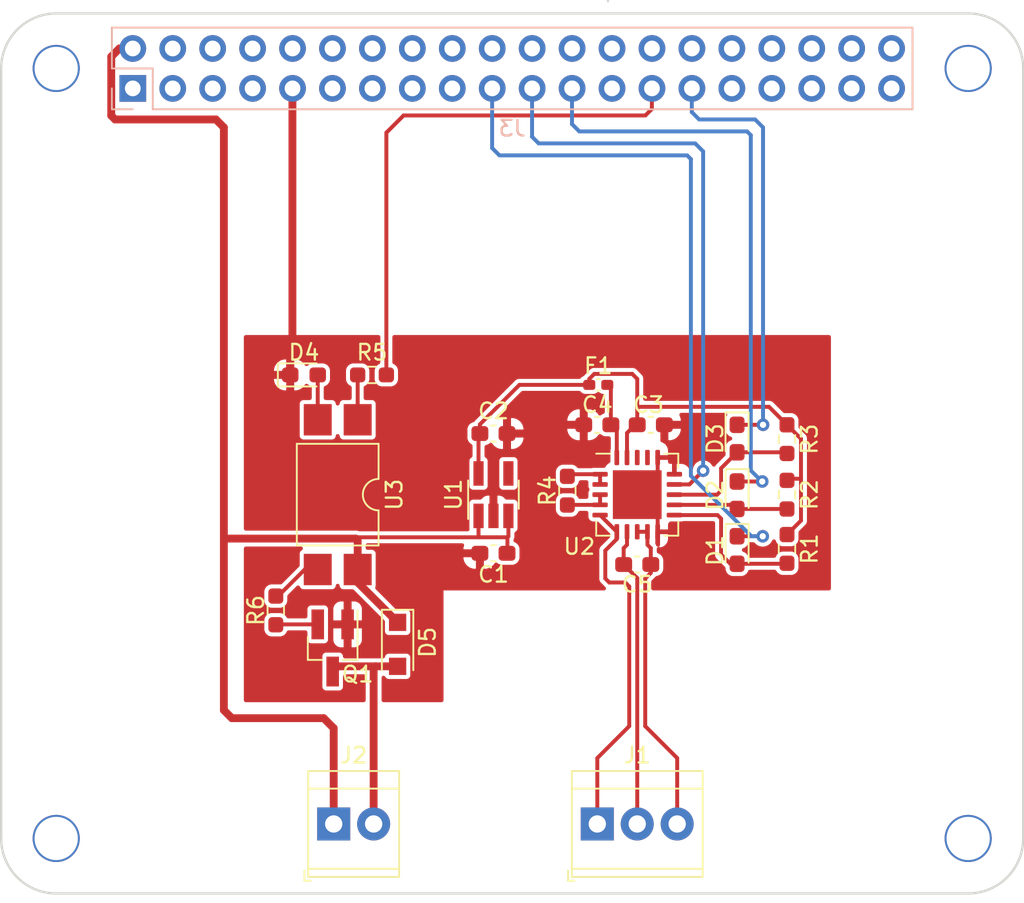
<source format=kicad_pcb>
(kicad_pcb (version 20211014) (generator pcbnew)
  (title_block (title "Raspberry Pi temperature management hat") (rev "V1"))
  (layers (0 "F.Cu" signal) (31 "B.Cu" signal) (34 "B.Paste" user) (35 "F.Paste" user) (36 "B.SilkS" user "B.Silkscreen") (37 "F.SilkS" user "F.Silkscreen") (38 "B.Mask" user) (39 "F.Mask" user) (44 "Edge.Cuts" user))
  (net 0 "")
  (net 1 "GND")
  (net 2 "+5V")
  (net 3 "VDD")
  (net 4 "Net-(C4-Pad2)")
  (net 5 "Net-(C5-Pad1)")
  (net 6 "Net-(C5-Pad2)")
  (net 7 "/SDI")
  (net 8 "Net-(D1-Pad2)")
  (net 9 "/SCLK")
  (net 10 "Net-(D2-Pad2)")
  (net 11 "/CS")
  (net 12 "Net-(D3-Pad2)")
  (net 13 "Net-(D4-Pad2)")
  (net 14 "Net-(J1-Pad1)")
  (net 15 "/SDO")
  (net 16 "/REL")
  (net 17 "Net-(Q1-Pad2)")
  (net 18 "Net-(R4-Pad1)")
  (net 19 "Net-(R4-Pad2)")
  (net 20 "Net-(R5-Pad1)")
  (net 21 "Net-(R6-Pad1)")
  (net 57 "Net-(D5-Pad2)")
  (footprint "project_footprints:NPTH_3mm_ID" (layer "F.Cu") (at 50 50)
    (fp_text reference "H1" hide)
    (fp_text value "3mm_Mounting_Hole" hide)
    (pad "" np_thru_hole circle locked (at 0 0) (size 3 3) (drill 2.75) (layers *.Cu *.Mask) (clearance 1.6))
  )
  (footprint "project_footprints:NPTH_3mm_ID" (layer "F.Cu") (at 108 50)
    (fp_text reference "H2" hide)
    (fp_text value "3mm_Mounting_Hole" hide)
    (pad "" np_thru_hole circle locked (at 0 0) (size 3 3) (drill 2.75) (layers *.Cu *.Mask) (clearance 1.6))
  )
  (footprint "project_footprints:NPTH_3mm_ID" (layer "F.Cu") (at 50 99)
    (fp_text reference "H3" hide)
    (fp_text value "3mm_Mounting_Hole" hide)
    (pad "" np_thru_hole circle locked (at 0 0) (size 3 3) (drill 2.75) (layers *.Cu *.Mask) (clearance 1.6))
  )
  (footprint "project_footprints:NPTH_3mm_ID" (layer "F.Cu") (at 108 99)
    (fp_text reference "H4" hide)
    (fp_text value "3mm_Mounting_Hole" hide)
    (pad "" np_thru_hole circle locked (at 0 0) (size 3 3) (drill 2.75) (layers *.Cu *.Mask) (clearance 1.6))
  )
  (footprint "Diode_SMD:D_0603_1608Metric_Pad1.05x0.95mm_HandSolder" (layer "F.Cu") (at 93.302644 80.645506 -90)
    (fp_text reference "D1" (at 0.032883 1.397 90) (layer "F.SilkS"))
    (fp_text value "1N4148W")
    (fp_line (start 0.8 -0.735) (end -1.66 -0.735) (layer "F.SilkS") (width 0.12))
    (fp_line (start -1.66 0.735) (end 0.8 0.735) (layer "F.SilkS") (width 0.12))
    (fp_line (start -1.66 -0.735) (end -1.66 0.735) (layer "F.SilkS") (width 0.12))
    (pad "1" smd roundrect (at -0.875 0 270) (size 1.05 0.95) (layers "F.Cu" "F.Paste" "F.Mask") (net 7 "/SDI"))
    (pad "2" smd roundrect (at 0.875 0 270) (size 1.05 0.95) (layers "F.Cu" "F.Paste" "F.Mask") (net 8 "Net-(D1-Pad2)"))
  )
  (footprint "Resistor_SMD:R_0603_1608Metric_Pad0.98x0.95mm_HandSolder" (layer "F.Cu") (at 96.477644 73.589889 -90)
    (fp_text reference "R3" (at 0 -1.43 90) (layer "F.SilkS"))
    (fp_text value "10k")
    (fp_line (start -0.254724 0.5225) (end 0.254724 0.5225) (layer "F.SilkS") (width 0.12))
    (fp_line (start -0.254724 -0.5225) (end 0.254724 -0.5225) (layer "F.SilkS") (width 0.12))
    (pad "1" smd roundrect (at -0.9125 0 270) (size 0.975 0.95) (layers "F.Cu" "F.Paste" "F.Mask") (net 3 "VDD"))
    (pad "2" smd roundrect (at 0.9125 0 270) (size 0.975 0.95) (layers "F.Cu" "F.Paste" "F.Mask") (net 12 "Net-(D3-Pad2)"))
  )
  (footprint "TerminalBlock_TE-Connectivity:TerminalBlock_TE_282834-2_1x02_P2.54mm_Horizontal" (layer "F.Cu") (at 67.648644 98.077389)
    (fp_text reference "J2" (at 1.27 -4.37) (layer "F.SilkS"))
    (fp_text value "Screw Terminal x2")
    (fp_line (start -1.62 3.37) (end 4.16 3.37) (layer "F.SilkS") (width 0.12))
    (fp_line (start -1.62 -3.37) (end 4.16 -3.37) (layer "F.SilkS") (width 0.12))
    (fp_line (start -1.86 3.61) (end -1.46 3.61) (layer "F.SilkS") (width 0.12))
    (fp_line (start -1.62 -2.25) (end 4.16 -2.25) (layer "F.SilkS") (width 0.12))
    (fp_line (start -1.86 2.97) (end -1.86 3.61) (layer "F.SilkS") (width 0.12))
    (fp_line (start -1.62 -3.37) (end -1.62 3.37) (layer "F.SilkS") (width 0.12))
    (fp_line (start 4.16 -3.37) (end 4.16 3.37) (layer "F.SilkS") (width 0.12))
    (fp_line (start -1.62 2.85) (end 4.16 2.85) (layer "F.SilkS") (width 0.12))
    (pad "1" thru_hole rect (at 0 0) (size 2.1 2.1) (drill 1.1) (layers *.Cu *.Mask) (net 2 "+5V"))
    (pad "2" thru_hole circle (at 2.54 0) (size 2.1 2.1) (drill 1.1) (layers *.Cu *.Mask) (net 57 "Net-(D5-Pad2)"))
  )
  (footprint "TerminalBlock_TE-Connectivity:TerminalBlock_TE_282834-3_1x03_P2.54mm_Horizontal" (layer "F.Cu") (at 84.412644 98.077389)
    (fp_text reference "J1" (at 2.54 -4.37) (layer "F.SilkS"))
    (fp_text value "Screw Terminal x3")
    (fp_line (start -1.62 2.85) (end 6.7 2.85) (layer "F.SilkS") (width 0.12))
    (fp_line (start -1.62 3.37) (end 6.7 3.37) (layer "F.SilkS") (width 0.12))
    (fp_line (start 6.7 -3.37) (end 6.7 3.37) (layer "F.SilkS") (width 0.12))
    (fp_line (start -1.62 -3.37) (end 6.7 -3.37) (layer "F.SilkS") (width 0.12))
    (fp_line (start -1.86 2.97) (end -1.86 3.61) (layer "F.SilkS") (width 0.12))
    (fp_line (start -1.62 -3.37) (end -1.62 3.37) (layer "F.SilkS") (width 0.12))
    (fp_line (start -1.62 -2.25) (end 6.7 -2.25) (layer "F.SilkS") (width 0.12))
    (fp_line (start -1.86 3.61) (end -1.46 3.61) (layer "F.SilkS") (width 0.12))
    (pad "1" thru_hole rect (at 0 0) (size 2.1 2.1) (drill 1.1) (layers *.Cu *.Mask) (net 14 "Net-(J1-Pad1)"))
    (pad "2" thru_hole circle (at 2.54 0) (size 2.1 2.1) (drill 1.1) (layers *.Cu *.Mask) (net 5 "Net-(C5-Pad1)"))
    (pad "3" thru_hole circle (at 5.08 0) (size 2.1 2.1) (drill 1.1) (layers *.Cu *.Mask) (net 6 "Net-(C5-Pad2)"))
  )
  (footprint "Resistor_SMD:R_0603_1608Metric_Pad0.98x0.95mm_HandSolder" (layer "F.Cu") (at 63.965644 84.488389 -90)
    (fp_text reference "R6" (at 0 1.27 90) (layer "F.SilkS"))
    (fp_text value "510")
    (fp_line (start -0.254724 -0.5225) (end 0.254724 -0.5225) (layer "F.SilkS") (width 0.12))
    (fp_line (start -0.254724 0.5225) (end 0.254724 0.5225) (layer "F.SilkS") (width 0.12))
    (pad "1" smd roundrect (at -0.9125 0 270) (size 0.975 0.95) (layers "F.Cu" "F.Paste" "F.Mask") (net 21 "Net-(R6-Pad1)"))
    (pad "2" smd roundrect (at 0.9125 0 270) (size 0.975 0.95) (layers "F.Cu" "F.Paste" "F.Mask") (net 17 "Net-(Q1-Pad2)"))
  )
  (footprint "Capacitor_SMD:C_0603_1608Metric_Pad1.08x0.95mm_HandSolder" (layer "F.Cu") (at 87.815144 72.677389)
    (fp_text reference "C3" (at -0.146267 -1.27) (layer "F.SilkS"))
    (fp_text value "0.1uF")
    (fp_line (start -0.146267 -0.51) (end 0.146267 -0.51) (layer "F.SilkS") (width 0.12))
    (fp_line (start -0.146267 0.51) (end 0.146267 0.51) (layer "F.SilkS") (width 0.12))
    (pad "1" smd roundrect (at -0.8625 0) (size 1.075 0.95) (layers "F.Cu" "F.Paste" "F.Mask") (net 3 "VDD"))
    (pad "2" smd roundrect (at 0.8625 0) (size 1.075 0.95) (layers "F.Cu" "F.Paste" "F.Mask") (net 1 "GND"))
  )
  (footprint "Resistor_SMD:R_0603_1608Metric_Pad0.98x0.95mm_HandSolder" (layer "F.Cu") (at 70.085144 69.502389)
    (fp_text reference "R5" (at 0 -1.43) (layer "F.SilkS"))
    (fp_text value "180")
    (fp_line (start -0.254724 -0.5225) (end 0.254724 -0.5225) (layer "F.SilkS") (width 0.12))
    (fp_line (start -0.254724 0.5225) (end 0.254724 0.5225) (layer "F.SilkS") (width 0.12))
    (pad "1" smd roundrect (at -0.9125 0) (size 0.975 0.95) (layers "F.Cu" "F.Paste" "F.Mask") (net 20 "Net-(R5-Pad1)"))
    (pad "2" smd roundrect (at 0.9125 0) (size 0.975 0.95) (layers "F.Cu" "F.Paste" "F.Mask") (net 16 "/REL"))
  )
  (footprint "Package_TO_SOT_SMD:SOT-23-5_HandSoldering" (layer "F.Cu") (at 77.808644 77.122389 90)
    (fp_text reference "U1" (at 0 -2.54 90) (layer "F.SilkS"))
    (fp_text value "MIC5225-3.3")
    (fp_line (start -0.9 1.61) (end 0.9 1.61) (layer "F.SilkS") (width 0.12))
    (fp_line (start 0.9 -1.61) (end -1.55 -1.61) (layer "F.SilkS") (width 0.12))
    (pad "1" smd rect (at -1.35 -0.95 90) (size 1.56 0.65) (layers "F.Cu" "F.Paste" "F.Mask") (net 2 "+5V"))
    (pad "2" smd rect (at -1.35 0 90) (size 1.56 0.65) (layers "F.Cu" "F.Paste" "F.Mask") (net 1 "GND"))
    (pad "3" smd rect (at -1.35 0.95 90) (size 1.56 0.65) (layers "F.Cu" "F.Paste" "F.Mask") (net 2 "+5V"))
    (pad "4" smd rect (at 1.35 0.95 90) (size 1.56 0.65) (layers "F.Cu" "F.Paste" "F.Mask"))
    (pad "5" smd rect (at 1.35 -0.95 90) (size 1.56 0.65) (layers "F.Cu" "F.Paste" "F.Mask") (net 3 "VDD"))
  )
  (footprint "Capacitor_SMD:C_0603_1608Metric_Pad1.08x0.95mm_HandSolder" (layer "F.Cu") (at 86.952644 81.567389)
    (fp_text reference "C5" (at 0 1.27) (layer "F.SilkS"))
    (fp_text value "0.1uF")
    (fp_line (start -0.146267 -0.51) (end 0.146267 -0.51) (layer "F.SilkS") (width 0.12))
    (fp_line (start -0.146267 0.51) (end 0.146267 0.51) (layer "F.SilkS") (width 0.12))
    (pad "1" smd roundrect (at -0.8625 0) (size 1.075 0.95) (layers "F.Cu" "F.Paste" "F.Mask") (net 5 "Net-(C5-Pad1)"))
    (pad "2" smd roundrect (at 0.8625 0) (size 1.075 0.95) (layers "F.Cu" "F.Paste" "F.Mask") (net 6 "Net-(C5-Pad2)"))
  )
  (footprint "Capacitor_SMD:C_0603_1608Metric_Pad1.08x0.95mm_HandSolder" (layer "F.Cu") (at 77.808644 73.232389)
    (fp_text reference "C2" (at 0 -1.43) (layer "F.SilkS"))
    (fp_text value "10uF")
    (fp_line (start -0.146267 -0.51) (end 0.146267 -0.51) (layer "F.SilkS") (width 0.12))
    (fp_line (start -0.146267 0.51) (end 0.146267 0.51) (layer "F.SilkS") (width 0.12))
    (pad "1" smd roundrect (at -0.8625 0) (size 1.075 0.95) (layers "F.Cu" "F.Paste" "F.Mask") (net 3 "VDD"))
    (pad "2" smd roundrect (at 0.8625 0) (size 1.075 0.95) (layers "F.Cu" "F.Paste" "F.Mask") (net 1 "GND"))
  )
  (footprint "Diode_SMD:D_0603_1608Metric_Pad1.05x0.95mm_HandSolder" (layer "F.Cu") (at 93.302644 73.552389 -90)
    (fp_text reference "D3" (at 0.014 1.397 90) (layer "F.SilkS"))
    (fp_text value "1N4148W")
    (fp_line (start -1.66 0.735) (end 0.8 0.735) (layer "F.SilkS") (width 0.12))
    (fp_line (start 0.8 -0.735) (end -1.66 -0.735) (layer "F.SilkS") (width 0.12))
    (fp_line (start -1.66 -0.735) (end -1.66 0.735) (layer "F.SilkS") (width 0.12))
    (pad "1" smd roundrect (at -0.875 0 270) (size 1.05 0.95) (layers "F.Cu" "F.Paste" "F.Mask") (net 11 "/CS"))
    (pad "2" smd roundrect (at 0.875 0 270) (size 1.05 0.95) (layers "F.Cu" "F.Paste" "F.Mask") (net 12 "Net-(D3-Pad2)"))
  )
  (footprint "Package_DIP:SMDIP-4_W9.53mm" (layer "F.Cu") (at 67.902644 77.122389 -90)
    (fp_text reference "U3" (at 0 -3.6 90) (layer "F.SilkS"))
    (fp_text value "LTV-817S")
    (fp_line (start 3.235 -2.6) (end 1 -2.6) (layer "F.SilkS") (width 0.12))
    (fp_line (start 3.235 2.6) (end 3.235 -2.6) (layer "F.SilkS") (width 0.12))
    (fp_line (start -3.235 -2.6) (end -3.235 2.6) (layer "F.SilkS") (width 0.12))
    (fp_line (start -1 -2.6) (end -3.235 -2.6) (layer "F.SilkS") (width 0.12))
    (fp_line (start -3.235 2.6) (end 3.235 2.6) (layer "F.SilkS") (width 0.12))
    (fp_arc (start 1 -2.6) (mid 0 -1.6) (end -1 -2.6) (layer "F.SilkS") (width 0.12))
    (pad "1" smd rect (at -4.765 -1.27 270) (size 2 1.78) (layers "F.Cu" "F.Paste" "F.Mask") (net 20 "Net-(R5-Pad1)"))
    (pad "2" smd rect (at -4.765 1.27 270) (size 2 1.78) (layers "F.Cu" "F.Paste" "F.Mask") (net 13 "Net-(D4-Pad2)"))
    (pad "3" smd rect (at 4.765 1.27 270) (size 2 1.78) (layers "F.Cu" "F.Paste" "F.Mask") (net 21 "Net-(R6-Pad1)"))
    (pad "4" smd rect (at 4.765 -1.27 270) (size 2 1.78) (layers "F.Cu" "F.Paste" "F.Mask") (net 2 "+5V"))
  )
  (footprint "Capacitor_SMD:C_0603_1608Metric_Pad1.08x0.95mm_HandSolder" (layer "F.Cu") (at 77.808644 80.852389)
    (fp_text reference "C1" (at 0 1.35) (layer "F.SilkS"))
    (fp_text value "10uF")
    (fp_line (start -0.146267 -0.51) (end 0.146267 -0.51) (layer "F.SilkS") (width 0.12))
    (fp_line (start -0.146267 0.51) (end 0.146267 0.51) (layer "F.SilkS") (width 0.12))
    (pad "1" smd roundrect (at -0.8625 0) (size 1.075 0.95) (layers "F.Cu" "F.Paste" "F.Mask") (net 1 "GND"))
    (pad "2" smd roundrect (at 0.8625 0) (size 1.075 0.95) (layers "F.Cu" "F.Paste" "F.Mask") (net 2 "+5V"))
  )
  (footprint "LED_SMD:LED_0603_1608Metric_Pad1.05x0.95mm_HandSolder" (layer "F.Cu") (at 65.757644 69.502389)
    (fp_text reference "D4" (at 0 -1.43) (layer "F.SilkS"))
    (fp_text value "LED")
    (fp_line (start -1.66 0.735) (end 0.8 0.735) (layer "F.SilkS") (width 0.12))
    (fp_line (start 0.8 -0.735) (end -1.66 -0.735) (layer "F.SilkS") (width 0.12))
    (fp_line (start -1.66 -0.735) (end -1.66 0.735) (layer "F.SilkS") (width 0.12))
    (pad "1" smd roundrect (at -0.875 0) (size 1.05 0.95) (layers "F.Cu" "F.Paste" "F.Mask") (net 1 "GND"))
    (pad "2" smd roundrect (at 0.875 0) (size 1.05 0.95) (layers "F.Cu" "F.Paste" "F.Mask") (net 13 "Net-(D4-Pad2)"))
  )
  (footprint "Fuse:Fuse_0402_1005Metric_Pad0.77x0.64mm_HandSolder" (layer "F.Cu") (at 84.475144 70.137389 180)
    (fp_text reference "F1" (at 0 1.2075) (layer "F.SilkS"))
    (fp_text value "Fuse")
    (fp_line (start -0.1002 -0.36) (end 0.1002 -0.36) (layer "F.SilkS") (width 0.12))
    (fp_line (start -0.1002 0.36) (end 0.1002 0.36) (layer "F.SilkS") (width 0.12))
    (pad "1" smd roundrect (at -0.5725 0 180) (size 0.765 0.64) (layers "F.Cu" "F.Paste" "F.Mask") (net 4 "Net-(C4-Pad2)"))
    (pad "2" smd roundrect (at 0.5725 0 180) (size 0.765 0.64) (layers "F.Cu" "F.Paste" "F.Mask") (net 3 "VDD"))
  )
  (footprint "Resistor_SMD:R_0603_1608Metric_Pad0.98x0.95mm_HandSolder" (layer "F.Cu") (at 96.477644 77.122389 -90)
    (fp_text reference "R2" (at 0 -1.43 90) (layer "F.SilkS"))
    (fp_text value "10k")
    (fp_line (start -0.254724 0.5225) (end 0.254724 0.5225) (layer "F.SilkS") (width 0.12))
    (fp_line (start -0.254724 -0.5225) (end 0.254724 -0.5225) (layer "F.SilkS") (width 0.12))
    (pad "1" smd roundrect (at -0.9125 0 270) (size 0.975 0.95) (layers "F.Cu" "F.Paste" "F.Mask") (net 3 "VDD"))
    (pad "2" smd roundrect (at 0.9125 0 270) (size 0.975 0.95) (layers "F.Cu" "F.Paste" "F.Mask") (net 10 "Net-(D2-Pad2)"))
  )
  (footprint "Resistor_SMD:R_0603_1608Metric_Pad0.98x0.95mm_HandSolder" (layer "F.Cu") (at 82.507644 76.868389 -90)
    (fp_text reference "R4" (at 0 1.27 90) (layer "F.SilkS"))
    (fp_text value "430, 0.1%")
    (fp_line (start -0.254724 -0.5225) (end 0.254724 -0.5225) (layer "F.SilkS") (width 0.12))
    (fp_line (start -0.254724 0.5225) (end 0.254724 0.5225) (layer "F.SilkS") (width 0.12))
    (pad "1" smd roundrect (at -0.9125 0 270) (size 0.975 0.95) (layers "F.Cu" "F.Paste" "F.Mask") (net 18 "Net-(R4-Pad1)"))
    (pad "2" smd roundrect (at 0.9125 0 270) (size 0.975 0.95) (layers "F.Cu" "F.Paste" "F.Mask") (net 19 "Net-(R4-Pad2)"))
  )
  (footprint "Capacitor_SMD:C_0603_1608Metric_Pad1.08x0.95mm_HandSolder" (layer "F.Cu") (at 84.412644 72.677389)
    (fp_text reference "C4" (at 0 -1.27) (layer "F.SilkS"))
    (fp_text value "0.1uF")
    (fp_line (start -0.146267 0.51) (end 0.146267 0.51) (layer "F.SilkS") (width 0.12))
    (fp_line (start -0.146267 -0.51) (end 0.146267 -0.51) (layer "F.SilkS") (width 0.12))
    (pad "1" smd roundrect (at -0.8625 0) (size 1.075 0.95) (layers "F.Cu" "F.Paste" "F.Mask") (net 1 "GND"))
    (pad "2" smd roundrect (at 0.8625 0) (size 1.075 0.95) (layers "F.Cu" "F.Paste" "F.Mask") (net 4 "Net-(C4-Pad2)"))
  )
  (footprint "Diode_SMD:D_0603_1608Metric_Pad1.05x0.95mm_HandSolder" (layer "F.Cu") (at 93.302644 77.159889 -90)
    (fp_text reference "D2" (at 0 1.397 90) (layer "F.SilkS"))
    (fp_text value "1N4148W")
    (fp_line (start -1.66 -0.735) (end -1.66 0.735) (layer "F.SilkS") (width 0.12))
    (fp_line (start -1.66 0.735) (end 0.8 0.735) (layer "F.SilkS") (width 0.12))
    (fp_line (start 0.8 -0.735) (end -1.66 -0.735) (layer "F.SilkS") (width 0.12))
    (pad "1" smd roundrect (at -0.875 0 270) (size 1.05 0.95) (layers "F.Cu" "F.Paste" "F.Mask") (net 9 "/SCLK"))
    (pad "2" smd roundrect (at 0.875 0 270) (size 1.05 0.95) (layers "F.Cu" "F.Paste" "F.Mask") (net 10 "Net-(D2-Pad2)"))
  )
  (footprint "Package_TO_SOT_SMD:SOT-23_Handsoldering" (layer "F.Cu") (at 67.582644 86.877389 -90)
    (fp_text reference "Q1" (at 1.675 -1.59 180) (layer "F.SilkS"))
    (fp_text value "S8050")
    (fp_line (start 0.76 -1.58) (end -2.4 -1.58) (layer "F.SilkS") (width 0.12))
    (fp_line (start 0.76 -1.58) (end 0.76 -0.65) (layer "F.SilkS") (width 0.12))
    (fp_line (start 0.76 1.58) (end 0.76 0.65) (layer "F.SilkS") (width 0.12))
    (fp_line (start 0.76 1.58) (end -0.7 1.58) (layer "F.SilkS") (width 0.12))
    (pad "1" smd rect (at -1.5 -0.95 270) (size 1.9 0.8) (layers "F.Cu" "F.Paste" "F.Mask") (net 1 "GND"))
    (pad "2" smd rect (at -1.5 0.95 270) (size 1.9 0.8) (layers "F.Cu" "F.Paste" "F.Mask") (net 17 "Net-(Q1-Pad2)"))
    (pad "3" smd rect (at 1.5 0 270) (size 1.9 0.8) (layers "F.Cu" "F.Paste" "F.Mask") (net 57 "Net-(D5-Pad2)"))
  )
  (footprint "Package_DFN_QFN:TQFN-20-1EP_5x5mm_P0.65mm_EP3.1x3.1mm" (layer "F.Cu") (at 86.952644 77.122389)
    (fp_text reference "U2" (at -3.683 3.302) (layer "F.SilkS"))
    (fp_text value "MAX31865")
    (fp_line (start -1.71 -2.61) (end -2.61 -2.61) (layer "F.SilkS") (width 0.12))
    (fp_line (start 2.61 2.61) (end 2.61 1.71) (layer "F.SilkS") (width 0.12))
    (fp_line (start -1.71 2.61) (end -2.61 2.61) (layer "F.SilkS") (width 0.12))
    (fp_line (start 1.71 2.61) (end 2.61 2.61) (layer "F.SilkS") (width 0.12))
    (fp_line (start 2.61 -2.61) (end 2.61 -1.71) (layer "F.SilkS") (width 0.12))
    (fp_line (start -2.61 2.61) (end -2.61 1.71) (layer "F.SilkS") (width 0.12))
    (fp_line (start 1.71 -2.61) (end 2.61 -2.61) (layer "F.SilkS") (width 0.12))
    (pad "1" smd roundrect (at -2.3625 -1.3) (size 0.975 0.3) (layers "F.Cu" "F.Paste" "F.Mask") (net 18 "Net-(R4-Pad1)"))
    (pad "2" smd roundrect (at -2.3625 -0.65) (size 0.975 0.3) (layers "F.Cu" "F.Paste" "F.Mask") (net 18 "Net-(R4-Pad1)"))
    (pad "3" smd roundrect (at -2.3625 0) (size 0.975 0.3) (layers "F.Cu" "F.Paste" "F.Mask") (net 19 "Net-(R4-Pad2)"))
    (pad "4" smd roundrect (at -2.3625 0.65) (size 0.975 0.3) (layers "F.Cu" "F.Paste" "F.Mask") (net 19 "Net-(R4-Pad2)"))
    (pad "5" smd roundrect (at -2.3625 1.3) (size 0.975 0.3) (layers "F.Cu" "F.Paste" "F.Mask") (net 14 "Net-(J1-Pad1)"))
    (pad "6" smd roundrect (at -1.3 2.3625) (size 0.3 0.975) (layers "F.Cu" "F.Paste" "F.Mask") (net 14 "Net-(J1-Pad1)"))
    (pad "7" smd roundrect (at -0.65 2.3625) (size 0.3 0.975) (layers "F.Cu" "F.Paste" "F.Mask") (net 5 "Net-(C5-Pad1)"))
    (pad "8" smd roundrect (at 0 2.3625) (size 0.3 0.975) (layers "F.Cu" "F.Paste" "F.Mask") (net 6 "Net-(C5-Pad2)"))
    (pad "9" smd roundrect (at 0.65 2.3625) (size 0.3 0.975) (layers "F.Cu" "F.Paste" "F.Mask") (net 6 "Net-(C5-Pad2)"))
    (pad "10" smd roundrect (at 1.3 2.3625) (size 0.3 0.975) (layers "F.Cu" "F.Paste" "F.Mask") (net 1 "GND"))
    (pad "11" smd roundrect (at 2.3625 1.3) (size 0.975 0.3) (layers "F.Cu" "F.Paste" "F.Mask") (net 8 "Net-(D1-Pad2)"))
    (pad "12" smd roundrect (at 2.3625 0.65) (size 0.975 0.3) (layers "F.Cu" "F.Paste" "F.Mask") (net 10 "Net-(D2-Pad2)"))
    (pad "13" smd roundrect (at 2.3625 0) (size 0.975 0.3) (layers "F.Cu" "F.Paste" "F.Mask") (net 12 "Net-(D3-Pad2)"))
    (pad "14" smd roundrect (at 2.3625 -0.65) (size 0.975 0.3) (layers "F.Cu" "F.Paste" "F.Mask") (net 15 "/SDO"))
    (pad "15" smd roundrect (at 2.3625 -1.3) (size 0.975 0.3) (layers "F.Cu" "F.Paste" "F.Mask") (net 1 "GND"))
    (pad "16" smd roundrect (at 1.3 -2.3625) (size 0.3 0.975) (layers "F.Cu" "F.Paste" "F.Mask") (net 1 "GND"))
    (pad "17" smd roundrect (at 0.65 -2.3625) (size 0.3 0.975) (layers "F.Cu" "F.Paste" "F.Mask"))
    (pad "18" smd roundrect (at 0 -2.3625) (size 0.3 0.975) (layers "F.Cu" "F.Paste" "F.Mask"))
    (pad "19" smd roundrect (at -0.65 -2.3625) (size 0.3 0.975) (layers "F.Cu" "F.Paste" "F.Mask") (net 3 "VDD"))
    (pad "20" smd roundrect (at -1.3 -2.3625) (size 0.3 0.975) (layers "F.Cu" "F.Paste" "F.Mask") (net 4 "Net-(C4-Pad2)"))
    (pad "21" smd rect (at 0 0) (size 3.1 3.1) (layers "F.Cu" "F.Mask") (net 1 "GND"))
  )
  (footprint "Diode_SMD:D_SOD-123F" (layer "F.Cu") (at 71.712644 86.647389 -90)
    (fp_text reference "D5" (at -0.127 -1.905 90) (layer "F.SilkS"))
    (fp_text value "S1MFL")
    (fp_line (start -2.2 -1) (end 1.65 -1) (layer "F.SilkS") (width 0.12))
    (fp_line (start -2.2 -1) (end -2.2 1) (layer "F.SilkS") (width 0.12))
    (fp_line (start -2.2 1) (end 1.65 1) (layer "F.SilkS") (width 0.12))
    (pad "1" smd rect (at -1.4 0 270) (size 1.1 1.1) (layers "F.Cu" "F.Paste" "F.Mask") (net 2 "+5V"))
    (pad "2" smd rect (at 1.4 0 270) (size 1.1 1.1) (layers "F.Cu" "F.Paste" "F.Mask") (net 57 "Net-(D5-Pad2)"))
  )
  (footprint "Resistor_SMD:R_0603_1608Metric_Pad0.98x0.95mm_HandSolder" (layer "F.Cu") (at 96.477644 80.574889 -90)
    (fp_text reference "R1" (at 0 -1.43 90) (layer "F.SilkS"))
    (fp_text value "10k")
    (fp_line (start -0.254724 0.5225) (end 0.254724 0.5225) (layer "F.SilkS") (width 0.12))
    (fp_line (start -0.254724 -0.5225) (end 0.254724 -0.5225) (layer "F.SilkS") (width 0.12))
    (pad "1" smd roundrect (at -0.9125 0 270) (size 0.975 0.95) (layers "F.Cu" "F.Paste" "F.Mask") (net 3 "VDD"))
    (pad "2" smd roundrect (at 0.9125 0 270) (size 0.975 0.95) (layers "F.Cu" "F.Paste" "F.Mask") (net 8 "Net-(D1-Pad2)"))
  )
  (footprint "Connector_PinSocket_2.54mm:PinSocket_2x20_P2.54mm_Vertical" (layer "B.Cu") (at 54.87 51.27 -90)
    (fp_text reference "J3" (at 2.54 -24.13 180) (layer "B.SilkS") (effects (justify mirror)))
    (fp_text value "OX40HAT")
    (fp_line (start -3.87 1.33) (end -1.27 1.33) (layer "B.SilkS") (width 0.12))
    (fp_line (start -1.27 -1.27) (end 1.33 -1.27) (layer "B.SilkS") (width 0.12))
    (fp_line (start 1.33 -1.27) (end 1.33 -49.59) (layer "B.SilkS") (width 0.12))
    (fp_line (start 0 1.33) (end 1.33 1.33) (layer "B.SilkS") (width 0.12))
    (fp_line (start -3.87 -49.59) (end 1.33 -49.59) (layer "B.SilkS") (width 0.12))
    (fp_line (start -3.87 1.33) (end -3.87 -49.59) (layer "B.SilkS") (width 0.12))
    (fp_line (start -1.27 1.33) (end -1.27 -1.27) (layer "B.SilkS") (width 0.12))
    (fp_line (start 1.33 1.33) (end 1.33 0) (layer "B.SilkS") (width 0.12))
    (pad "1" thru_hole rect locked (at 0 0 270) (size 1.7 1.7) (drill 1) (layers *.Cu *.Mask))
    (pad "2" thru_hole oval locked (at -2.54 0 270) (size 1.7 1.7) (drill 1) (layers *.Cu *.Mask) (net 2 "+5V"))
    (pad "3" thru_hole oval locked (at 0 -2.54 270) (size 1.7 1.7) (drill 1) (layers *.Cu *.Mask))
    (pad "4" thru_hole oval locked (at -2.54 -2.54 270) (size 1.7 1.7) (drill 1) (layers *.Cu *.Mask))
    (pad "5" thru_hole oval locked (at 0 -5.08 270) (size 1.7 1.7) (drill 1) (layers *.Cu *.Mask))
    (pad "6" thru_hole oval locked (at -2.54 -5.08 270) (size 1.7 1.7) (drill 1) (layers *.Cu *.Mask))
    (pad "7" thru_hole oval locked (at 0 -7.62 270) (size 1.7 1.7) (drill 1) (layers *.Cu *.Mask))
    (pad "8" thru_hole oval locked (at -2.54 -7.62 270) (size 1.7 1.7) (drill 1) (layers *.Cu *.Mask))
    (pad "9" thru_hole oval locked (at 0 -10.16 270) (size 1.7 1.7) (drill 1) (layers *.Cu *.Mask) (net 1 "GND"))
    (pad "10" thru_hole oval locked (at -2.54 -10.16 270) (size 1.7 1.7) (drill 1) (layers *.Cu *.Mask))
    (pad "11" thru_hole oval locked (at 0 -12.7 270) (size 1.7 1.7) (drill 1) (layers *.Cu *.Mask))
    (pad "12" thru_hole oval locked (at -2.54 -12.7 270) (size 1.7 1.7) (drill 1) (layers *.Cu *.Mask))
    (pad "13" thru_hole oval locked (at 0 -15.24 270) (size 1.7 1.7) (drill 1) (layers *.Cu *.Mask))
    (pad "14" thru_hole oval locked (at -2.54 -15.24 270) (size 1.7 1.7) (drill 1) (layers *.Cu *.Mask))
    (pad "15" thru_hole oval locked (at 0 -17.78 270) (size 1.7 1.7) (drill 1) (layers *.Cu *.Mask))
    (pad "16" thru_hole oval locked (at -2.54 -17.78 270) (size 1.7 1.7) (drill 1) (layers *.Cu *.Mask))
    (pad "17" thru_hole oval locked (at 0 -20.32 270) (size 1.7 1.7) (drill 1) (layers *.Cu *.Mask))
    (pad "18" thru_hole oval locked (at -2.54 -20.32 270) (size 1.7 1.7) (drill 1) (layers *.Cu *.Mask))
    (pad "19" thru_hole oval locked (at 0 -22.86 270) (size 1.7 1.7) (drill 1) (layers *.Cu *.Mask) (net 7 "/SDI"))
    (pad "20" thru_hole oval locked (at -2.54 -22.86 270) (size 1.7 1.7) (drill 1) (layers *.Cu *.Mask))
    (pad "21" thru_hole oval locked (at 0 -25.4 270) (size 1.7 1.7) (drill 1) (layers *.Cu *.Mask) (net 15 "/SDO"))
    (pad "22" thru_hole oval locked (at -2.54 -25.4 270) (size 1.7 1.7) (drill 1) (layers *.Cu *.Mask))
    (pad "23" thru_hole oval locked (at 0 -27.94 270) (size 1.7 1.7) (drill 1) (layers *.Cu *.Mask) (net 9 "/SCLK"))
    (pad "24" thru_hole oval locked (at -2.54 -27.94 270) (size 1.7 1.7) (drill 1) (layers *.Cu *.Mask))
    (pad "25" thru_hole oval locked (at 0 -30.48 270) (size 1.7 1.7) (drill 1) (layers *.Cu *.Mask))
    (pad "26" thru_hole oval locked (at -2.54 -30.48 270) (size 1.7 1.7) (drill 1) (layers *.Cu *.Mask))
    (pad "27" thru_hole oval locked (at 0 -33.02 270) (size 1.7 1.7) (drill 1) (layers *.Cu *.Mask) (net 16 "/REL"))
    (pad "28" thru_hole oval locked (at -2.54 -33.02 270) (size 1.7 1.7) (drill 1) (layers *.Cu *.Mask))
    (pad "29" thru_hole oval locked (at 0 -35.56 270) (size 1.7 1.7) (drill 1) (layers *.Cu *.Mask) (net 11 "/CS"))
    (pad "30" thru_hole oval locked (at -2.54 -35.56 270) (size 1.7 1.7) (drill 1) (layers *.Cu *.Mask))
    (pad "31" thru_hole oval locked (at 0 -38.1 270) (size 1.7 1.7) (drill 1) (layers *.Cu *.Mask))
    (pad "32" thru_hole oval locked (at -2.54 -38.1 270) (size 1.7 1.7) (drill 1) (layers *.Cu *.Mask))
    (pad "33" thru_hole oval locked (at 0 -40.64 270) (size 1.7 1.7) (drill 1) (layers *.Cu *.Mask))
    (pad "34" thru_hole oval locked (at -2.54 -40.64 270) (size 1.7 1.7) (drill 1) (layers *.Cu *.Mask))
    (pad "35" thru_hole oval locked (at 0 -43.18 270) (size 1.7 1.7) (drill 1) (layers *.Cu *.Mask))
    (pad "36" thru_hole oval locked (at -2.54 -43.18 270) (size 1.7 1.7) (drill 1) (layers *.Cu *.Mask))
    (pad "37" thru_hole oval locked (at 0 -45.72 270) (size 1.7 1.7) (drill 1) (layers *.Cu *.Mask))
    (pad "38" thru_hole oval locked (at -2.54 -45.72 270) (size 1.7 1.7) (drill 1) (layers *.Cu *.Mask))
    (pad "39" thru_hole oval locked (at 0 -48.26 270) (size 1.7 1.7) (drill 1) (layers *.Cu *.Mask))
    (pad "40" thru_hole oval locked (at -2.54 -48.26 270) (size 1.7 1.7) (drill 1) (layers *.Cu *.Mask))
  )
  (gr_arc (start 108 46.5) (mid 110.474874 47.525126) (end 111.5 50) (layer "Edge.Cuts") (width 0.15))
  (gr_line (start 50 46.5) (end 108 46.5) (layer "Edge.Cuts") (width 0.15))
  (gr_line (start 50 102.5) (end 108 102.5) (layer "Edge.Cuts") (width 0.15))
  (gr_line (start 85.09 45.72) (end 85.09 45.72) (layer "Edge.Cuts") (width 0.15))
  (gr_line (start 111.5 50) (end 111.5 99) (layer "Edge.Cuts") (width 0.15))
  (gr_arc (start 111.5 99) (mid 110.474874 101.474874) (end 108 102.5) (layer "Edge.Cuts") (width 0.15))
  (gr_arc (start 50 102.5) (mid 47.525126 101.474874) (end 46.5 99) (layer "Edge.Cuts") (width 0.15))
  (gr_arc (start 46.5 50) (mid 47.525126 47.525126) (end 50 46.5) (layer "Edge.Cuts") (width 0.15))
  (gr_line (start 46.5 50) (end 46.5 99) (layer "Edge.Cuts") (width 0.15))
  (segment (start 64.882644 68.086356) (end 64.882644 69.502389) (width 0.5) (layer "F.Cu") (net 1))
  (segment (start 65.023644 67.945356) (end 64.882644 68.086356) (width 0.5) (layer "F.Cu") (net 1))
  (segment (start 65.108644 69.276389) (end 64.882644 69.502389) (width 0.5) (layer "F.Cu") (net 1))
  (segment (start 88.252644 75.822389) (end 86.952644 77.122389) (width 0.25) (layer "F.Cu") (net 1))
  (segment (start 88.252644 78.422389) (end 86.952644 77.122389) (width 0.25) (layer "F.Cu") (net 1))
  (segment (start 65.023644 51.262389) (end 65.023644 67.945356) (width 0.5) (layer "F.Cu") (net 1))
  (segment (start 88.252644 79.484889) (end 88.252644 78.422389) (width 0.25) (layer "F.Cu") (net 1))
  (segment (start 88.252644 74.759889) (end 88.252644 75.822389) (width 0.25) (layer "F.Cu") (net 1))
  (segment (start 60.663644 90.838389) (end 61.171644 91.346389) (width 0.5) (layer "F.Cu") (net 2))
  (segment (start 76.858644 79.775389) (end 76.858644 78.472389) (width 0.25) (layer "F.Cu") (net 2))
  (segment (start 78.697644 80.825889) (end 78.671144 80.852389) (width 0.25) (layer "F.Cu") (net 2))
  (segment (start 54.027611 48.722389) (end 54.863644 48.722389) (width 0.5) (layer "F.Cu") (net 2))
  (segment (start 78.697644 79.836389) (end 78.697644 80.825889) (width 0.25) (layer "F.Cu") (net 2))
  (segment (start 69.045644 79.916389) (end 60.663644 79.916389) (width 0.5) (layer "F.Cu") (net 2))
  (segment (start 60.155644 53.246389) (end 53.746389 53.246389) (width 0.5) (layer "F.Cu") (net 2))
  (segment (start 67.013644 91.346389) (end 67.648644 91.981389) (width 0.5) (layer "F.Cu") (net 2))
  (segment (start 69.172644 82.707389) (end 71.712644 85.247389) (width 0.5) (layer "F.Cu") (net 2))
  (segment (start 67.648644 91.981389) (end 67.648644 98.077389) (width 0.5) (layer "F.Cu") (net 2))
  (segment (start 78.758644 79.775389) (end 78.697644 79.836389) (width 0.25) (layer "F.Cu") (net 2))
  (segment (start 60.663644 79.916389) (end 60.663644 90.838389) (width 0.5) (layer "F.Cu") (net 2))
  (segment (start 76.919644 79.836389) (end 69.125644 79.836389) (width 0.25) (layer "F.Cu") (net 2))
  (segment (start 53.746389 53.246389) (end 53.5 53) (width 0.5) (layer "F.Cu") (net 2))
  (segment (start 78.758644 78.472389) (end 78.758644 79.775389) (width 0.25) (layer "F.Cu") (net 2))
  (segment (start 78.697644 79.836389) (end 76.919644 79.836389) (width 0.25) (layer "F.Cu") (net 2))
  (segment (start 60.663644 79.916389) (end 60.663644 53.754389) (width 0.5) (layer "F.Cu") (net 2))
  (segment (start 69.125644 79.836389) (end 69.045644 79.916389) (width 0.25) (layer "F.Cu") (net 2))
  (segment (start 53.5 53) (end 53.5 49.25) (width 0.5) (layer "F.Cu") (net 2))
  (segment (start 69.172644 81.887389) (end 69.172644 80.043389) (width 0.5) (layer "F.Cu") (net 2))
  (segment (start 60.663644 53.754389) (end 60.155644 53.246389) (width 0.5) (layer "F.Cu") (net 2))
  (segment (start 53.5 49.25) (end 54.027611 48.722389) (width 0.5) (layer "F.Cu") (net 2))
  (segment (start 61.171644 91.346389) (end 67.013644 91.346389) (width 0.5) (layer "F.Cu") (net 2))
  (segment (start 69.172644 80.043389) (end 69.045644 79.916389) (width 0.5) (layer "F.Cu") (net 2))
  (segment (start 69.172644 81.887389) (end 69.172644 82.707389) (width 0.5) (layer "F.Cu") (net 2))
  (segment (start 76.919644 79.836389) (end 76.858644 79.775389) (width 0.25) (layer "F.Cu") (net 2))
  (segment (start 76.858644 75.772389) (end 76.858644 74.008389) (width 0.25) (layer "F.Cu") (net 3))
  (segment (start 79.459644 70.137389) (end 83.902644 70.137389) (width 0.25) (layer "F.Cu") (net 3))
  (segment (start 86.825644 72.677389) (end 86.952644 72.677389) (width 0.254) (layer "F.Cu") (net 3))
  (segment (start 76.946144 73.232389) (end 76.946144 72.650889) (width 0.25) (layer "F.Cu") (net 3))
  (segment (start 97.366644 73.566389) (end 97.366644 76.106389) (width 0.25) (layer "F.Cu") (net 3))
  (segment (start 84.222164 69.438869) (end 86.635124 69.438869) (width 0.25) (layer "F.Cu") (net 3))
  (segment (start 83.902644 70.137389) (end 83.902644 69.758389) (width 0.25) (layer "F.Cu") (net 3))
  (segment (start 83.902644 69.758389) (end 84.222164 69.438869) (width 0.25) (layer "F.Cu") (net 3))
  (segment (start 96.581144 76.106389) (end 96.477644 76.209889) (width 0.25) (layer "F.Cu") (net 3))
  (segment (start 76.946144 72.650889) (end 79.459644 70.137389) (width 0.25) (layer "F.Cu") (net 3))
  (segment (start 96.477644 72.677389) (end 97.366644 73.566389) (width 0.25) (layer "F.Cu") (net 3))
  (segment (start 86.952644 71.534389) (end 86.952644 72.677389) (width 0.25) (layer "F.Cu") (net 3))
  (segment (start 76.858644 73.319889) (end 76.946144 73.232389) (width 0.25) (layer "F.Cu") (net 3))
  (segment (start 86.635124 69.438869) (end 86.952644 69.756389) (width 0.25) (layer "F.Cu") (net 3))
  (segment (start 97.366644 78.773389) (end 96.477644 79.662389) (width 0.25) (layer "F.Cu") (net 3))
  (segment (start 86.952644 69.756389) (end 86.952644 71.534389) (width 0.25) (layer "F.Cu") (net 3))
  (segment (start 95.334644 71.534389) (end 96.477644 72.677389) (width 0.25) (layer "F.Cu") (net 3))
  (segment (start 86.952644 71.534389) (end 95.334644 71.534389) (width 0.25) (layer "F.Cu") (net 3))
  (segment (start 97.366644 76.106389) (end 96.581144 76.106389) (width 0.25) (layer "F.Cu") (net 3))
  (segment (start 97.366644 76.106389) (end 97.366644 78.773389) (width 0.25) (layer "F.Cu") (net 3))
  (segment (start 86.302644 73.200389) (end 86.302644 74.759889) (width 0.25) (layer "F.Cu") (net 3))
  (segment (start 86.302644 73.200389) (end 86.825644 72.677389) (width 0.254) (layer "F.Cu") (net 3))
  (segment (start 76.858644 74.008389) (end 76.858644 73.319889) (width 0.25) (layer "F.Cu") (net 3))
  (segment (start 85.652644 74.759889) (end 85.652644 73.054889) (width 0.25) (layer "F.Cu") (net 4))
  (segment (start 85.555644 72.677389) (end 85.682644 72.804389) (width 0.25) (layer "F.Cu") (net 4))
  (segment (start 85.275144 72.677389) (end 85.555644 72.677389) (width 0.25) (layer "F.Cu") (net 4))
  (segment (start 85.652644 73.054889) (end 85.275144 72.677389) (width 0.25) (layer "F.Cu") (net 4))
  (segment (start 85.275144 70.364889) (end 85.275144 72.677389) (width 0.25) (layer "F.Cu") (net 4))
  (segment (start 85.047644 70.137389) (end 85.275144 70.364889) (width 0.25) (layer "F.Cu") (net 4))
  (segment (start 86.090144 80.524889) (end 86.090144 81.567389) (width 0.25) (layer "F.Cu") (net 5))
  (segment (start 86.952644 98.077389) (end 86.952644 82.429889) (width 0.25) (layer "F.Cu") (net 5))
  (segment (start 86.302644 80.312389) (end 86.090144 80.524889) (width 0.25) (layer "F.Cu") (net 5))
  (segment (start 86.302644 79.484889) (end 86.302644 80.312389) (width 0.25) (layer "F.Cu") (net 5))
  (segment (start 86.952644 82.429889) (end 86.090144 81.567389) (width 0.25) (layer "F.Cu") (net 5))
  (segment (start 87.602644 79.484889) (end 87.602644 80.312389) (width 0.25) (layer "F.Cu") (net 6))
  (segment (start 87.815144 82.101889) (end 87.460644 82.456389) (width 0.25) (layer "F.Cu") (net 6))
  (segment (start 89.492644 93.886389) (end 89.492644 98.077389) (width 0.25) (layer "F.Cu") (net 6))
  (segment (start 87.815144 81.567389) (end 87.815144 82.101889) (width 0.25) (layer "F.Cu") (net 6))
  (segment (start 86.952644 79.484889) (end 87.602644 79.484889) (width 0.25) (layer "F.Cu") (net 6))
  (segment (start 87.602644 80.312389) (end 87.815144 80.524889) (width 0.25) (layer "F.Cu") (net 6))
  (segment (start 87.815144 80.524889) (end 87.815144 81.567389) (width 0.25) (layer "F.Cu") (net 6))
  (segment (start 87.460644 82.456389) (end 87.460644 91.854389) (width 0.25) (layer "F.Cu") (net 6))
  (segment (start 87.460644 91.854389) (end 89.492644 93.886389) (width 0.25) (layer "F.Cu") (net 6))
  (segment (start 93.302644 79.770506) (end 94.934761 79.770506) (width 0.25) (layer "F.Cu") (net 7))
  (via (at 94.934761 79.770506) (size 0.8) (drill 0.4) (layers "F.Cu" "B.Cu") (net 7))
  (segment (start 94.214779 79.770506) (end 90.365133 75.92086) (width 0.25) (layer "B.Cu") (net 7))
  (segment (start 94.934761 79.770506) (end 94.214779 79.770506) (width 0.25) (layer "B.Cu") (net 7))
  (segment (start 90.365133 75.92086) (end 90.365133 55.769878) (width 0.25) (layer "B.Cu") (net 7))
  (segment (start 78.189644 55.532389) (end 77.723644 55.066389) (width 0.25) (layer "B.Cu") (net 7))
  (segment (start 90.127644 55.532389) (end 78.189644 55.532389) (width 0.25) (layer "B.Cu") (net 7))
  (segment (start 90.365133 55.769878) (end 90.127644 55.532389) (width 0.25) (layer "B.Cu") (net 7))
  (segment (start 77.723644 55.066389) (end 77.723644 51.262389) (width 0.25) (layer "B.Cu") (net 7))
  (segment (start 92.062644 78.422389) (end 92.286644 78.646389) (width 0.25) (layer "F.Cu") (net 8))
  (segment (start 89.315144 78.422389) (end 92.062644 78.422389) (width 0.25) (layer "F.Cu") (net 8))
  (segment (start 92.286644 78.646389) (end 92.286644 80.932389) (width 0.25) (layer "F.Cu") (net 8))
  (segment (start 96.444527 81.520506) (end 96.477644 81.487389) (width 0.25) (layer "F.Cu") (net 8))
  (segment (start 92.874761 81.520506) (end 93.24023 81.520506) (width 0.25) (layer "F.Cu") (net 8))
  (segment (start 93.24023 81.520506) (end 96.444527 81.520506) (width 0.25) (layer "F.Cu") (net 8))
  (segment (start 92.286644 80.932389) (end 92.874761 81.520506) (width 0.25) (layer "F.Cu") (net 8))
  (segment (start 93.302644 76.284889) (end 94.902144 76.284889) (width 0.25) (layer "F.Cu") (net 9))
  (via (at 94.902144 76.284889) (size 0.8) (drill 0.4) (layers "F.Cu" "B.Cu") (net 9))
  (segment (start 94.175133 54.245878) (end 93.937644 54.008389) (width 0.25) (layer "B.Cu") (net 9))
  (segment (start 93.937644 54.008389) (end 83.269644 54.008389) (width 0.25) (layer "B.Cu") (net 9))
  (segment (start 94.902144 76.284889) (end 94.878144 76.284889) (width 0.25) (layer "B.Cu") (net 9))
  (segment (start 94.175133 75.581878) (end 94.175133 54.245878) (width 0.25) (layer "B.Cu") (net 9))
  (segment (start 83.269644 54.008389) (end 82.803644 53.542389) (width 0.25) (layer "B.Cu") (net 9))
  (segment (start 94.878144 76.284889) (end 94.175133 75.581878) (width 0.25) (layer "B.Cu") (net 9))
  (segment (start 82.803644 53.542389) (end 82.803644 51.262389) (width 0.25) (layer "B.Cu") (net 9))
  (segment (start 93.302644 78.034889) (end 96.477644 78.034889) (width 0.25) (layer "F.Cu") (net 10))
  (segment (start 89.315144 77.772389) (end 93.040144 77.772389) (width 0.25) (layer "F.Cu") (net 10))
  (segment (start 93.040144 77.772389) (end 93.302644 78.034889) (width 0.25) (layer "F.Cu") (net 10))
  (segment (start 93.302644 72.677389) (end 94.953644 72.677389) (width 0.25) (layer "F.Cu") (net 11))
  (via (at 94.953644 72.677389) (size 0.8) (drill 0.4) (layers "F.Cu" "B.Cu") (net 11))
  (segment (start 94.953644 53.754389) (end 94.445644 53.246389) (width 0.25) (layer "B.Cu") (net 11))
  (segment (start 94.445644 53.246389) (end 90.889644 53.246389) (width 0.25) (layer "B.Cu") (net 11))
  (segment (start 90.889644 53.246389) (end 90.423644 52.780389) (width 0.25) (layer "B.Cu") (net 11))
  (segment (start 90.423644 52.780389) (end 90.423644 51.262389) (width 0.25) (layer "B.Cu") (net 11))
  (segment (start 94.953644 72.677389) (end 94.953644 53.754389) (width 0.25) (layer "B.Cu") (net 11))
  (segment (start 92.286644 75.443389) (end 93.302644 74.427389) (width 0.25) (layer "F.Cu") (net 12))
  (segment (start 96.402644 74.427389) (end 96.477644 74.502389) (width 0.25) (layer "F.Cu") (net 12))
  (segment (start 89.315144 77.122389) (end 92.032644 77.122389) (width 0.25) (layer "F.Cu") (net 12))
  (segment (start 93.302644 74.427389) (end 96.402644 74.427389) (width 0.25) (layer "F.Cu") (net 12))
  (segment (start 92.286644 76.868389) (end 92.286644 75.443389) (width 0.25) (layer "F.Cu") (net 12))
  (segment (start 92.032644 77.122389) (end 92.286644 76.868389) (width 0.25) (layer "F.Cu") (net 12))
  (segment (start 66.632644 72.357389) (end 66.632644 69.502389) (width 0.25) (layer "F.Cu") (net 13))
  (segment (start 84.920644 82.456389) (end 85.174644 82.710389) (width 0.25) (layer "F.Cu") (net 14))
  (segment (start 86.190644 82.710389) (end 86.444644 82.964389) (width 0.25) (layer "F.Cu") (net 14))
  (segment (start 85.652644 79.946389) (end 84.920644 80.678389) (width 0.25) (layer "F.Cu") (net 14))
  (segment (start 84.920644 80.678389) (end 84.920644 82.456389) (width 0.25) (layer "F.Cu") (net 14))
  (segment (start 84.412644 93.886389) (end 84.412644 98.077389) (width 0.25) (layer "F.Cu") (net 14))
  (segment (start 86.444644 82.964389) (end 86.444644 91.854389) (width 0.25) (layer "F.Cu") (net 14))
  (segment (start 85.174644 82.710389) (end 86.190644 82.710389) (width 0.25) (layer "F.Cu") (net 14))
  (segment (start 86.444644 91.854389) (end 84.412644 93.886389) (width 0.25) (layer "F.Cu") (net 14))
  (segment (start 85.652644 79.484889) (end 85.652644 79.946389) (width 0.25) (layer "F.Cu") (net 14))
  (segment (start 84.590144 78.422389) (end 85.652644 79.484889) (width 0.25) (layer "F.Cu") (net 14))
  (segment (start 89.315144 76.472389) (end 90.269644 76.472389) (width 0.25) (layer "F.Cu") (net 15))
  (segment (start 90.269644 76.472389) (end 91.143644 75.598389) (width 0.25) (layer "F.Cu") (net 15))
  (via (at 91.143644 75.598389) (size 0.8) (drill 0.4) (layers "F.Cu" "B.Cu") (net 15))
  (segment (start 80.263644 54.347028) (end 80.263644 51.262389) (width 0.25) (layer "B.Cu") (net 15))
  (segment (start 80.687005 54.770389) (end 80.263644 54.347028) (width 0.25) (layer "B.Cu") (net 15))
  (segment (start 90.635644 54.770389) (end 80.687005 54.770389) (width 0.25) (layer "B.Cu") (net 15))
  (segment (start 91.143644 55.278389) (end 90.635644 54.770389) (width 0.25) (layer "B.Cu") (net 15))
  (segment (start 91.143644 75.598389) (end 91.143644 55.278389) (width 0.25) (layer "B.Cu") (net 15))
  (segment (start 72.093644 52.992389) (end 87.469611 52.992389) (width 0.25) (layer "F.Cu") (net 16))
  (segment (start 87.884 52.578) (end 87.883644 52.577644) (width 0.25) (layer "F.Cu") (net 16))
  (segment (start 87.883644 52.577644) (end 87.883644 51.262389) (width 0.25) (layer "F.Cu") (net 16))
  (segment (start 70.997644 69.502389) (end 70.997644 54.088389) (width 0.25) (layer "F.Cu") (net 16))
  (segment (start 87.469611 52.992389) (end 87.884 52.578) (width 0.25) (layer "F.Cu") (net 16))
  (segment (start 70.997644 54.088389) (end 72.093644 52.992389) (width 0.25) (layer "F.Cu") (net 16))
  (segment (start 66.632644 85.377389) (end 63.989144 85.377389) (width 0.25) (layer "F.Cu") (net 17))
  (segment (start 63.989144 85.377389) (end 63.965644 85.400889) (width 0.25) (layer "F.Cu") (net 17))
  (segment (start 82.641144 75.822389) (end 82.507644 75.955889) (width 0.25) (layer "F.Cu") (net 18))
  (segment (start 84.590144 75.822389) (end 82.641144 75.822389) (width 0.25) (layer "F.Cu") (net 18))
  (segment (start 84.590144 75.822389) (end 84.590144 76.472389) (width 0.25) (layer "F.Cu") (net 18))
  (segment (start 84.590144 77.122389) (end 84.590144 77.772389) (width 0.25) (layer "F.Cu") (net 19))
  (segment (start 82.516144 77.772389) (end 82.507644 77.780889) (width 0.25) (layer "F.Cu") (net 19))
  (segment (start 84.590144 77.772389) (end 82.516144 77.772389) (width 0.25) (layer "F.Cu") (net 19))
  (segment (start 69.172644 72.357389) (end 69.172644 69.502389) (width 0.25) (layer "F.Cu") (net 20))
  (segment (start 64.069144 83.472389) (end 64.219644 83.472389) (width 0.25) (layer "F.Cu") (net 21))
  (segment (start 64.219644 83.472389) (end 65.804644 81.887389) (width 0.25) (layer "F.Cu") (net 21))
  (segment (start 65.804644 81.887389) (end 66.632644 81.887389) (width 0.25) (layer "F.Cu") (net 21))
  (segment (start 63.965644 83.575889) (end 64.069144 83.472389) (width 0.25) (layer "F.Cu") (net 21))
  (segment (start 71.712644 88.047389) (end 70.312644 88.047389) (width 0.5) (layer "F.Cu") (net 57))
  (segment (start 70.312644 88.047389) (end 67.912644 88.047389) (width 0.5) (layer "F.Cu") (net 57))
  (segment (start 70.188644 98.077389) (end 70.188644 88.171389) (width 0.5) (layer "F.Cu") (net 57))
  (segment (start 70.188644 88.171389) (end 70.312644 88.047389) (width 0.5) (layer "F.Cu") (net 57))
  (segment (start 67.912644 88.047389) (end 67.582644 88.377389) (width 0.5) (layer "F.Cu") (net 57))
  (zone (net 1) (net_name "GND") (layer "F.Cu") (name "GND") (connect_pads (clearance 0.254)) (min_thickness 0.254) (fill yes (thermal_gap 0.508) (thermal_bridge_width 0.508))
    (polygon (pts (xy 99.271644 83.218389) (xy 74.633644 83.218389) (xy 74.633644 90.330389) (xy 61.933644 90.330389) (xy 61.933644 66.962389) (xy 99.271644 66.962389)))
  )
)
</source>
